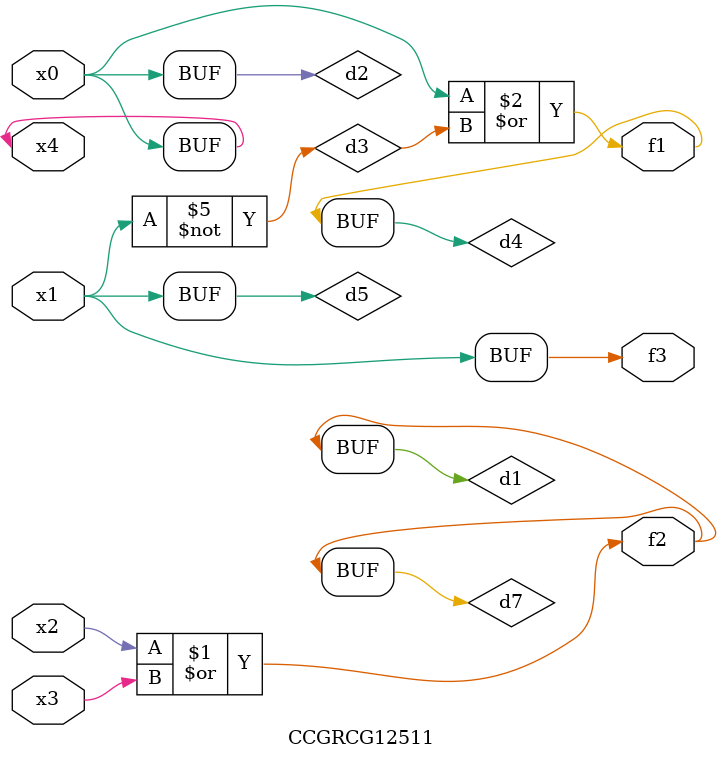
<source format=v>
module CCGRCG12511(
	input x0, x1, x2, x3, x4,
	output f1, f2, f3
);

	wire d1, d2, d3, d4, d5, d6, d7;

	or (d1, x2, x3);
	buf (d2, x0, x4);
	not (d3, x1);
	or (d4, d2, d3);
	not (d5, d3);
	nand (d6, d1, d3);
	or (d7, d1);
	assign f1 = d4;
	assign f2 = d7;
	assign f3 = d5;
endmodule

</source>
